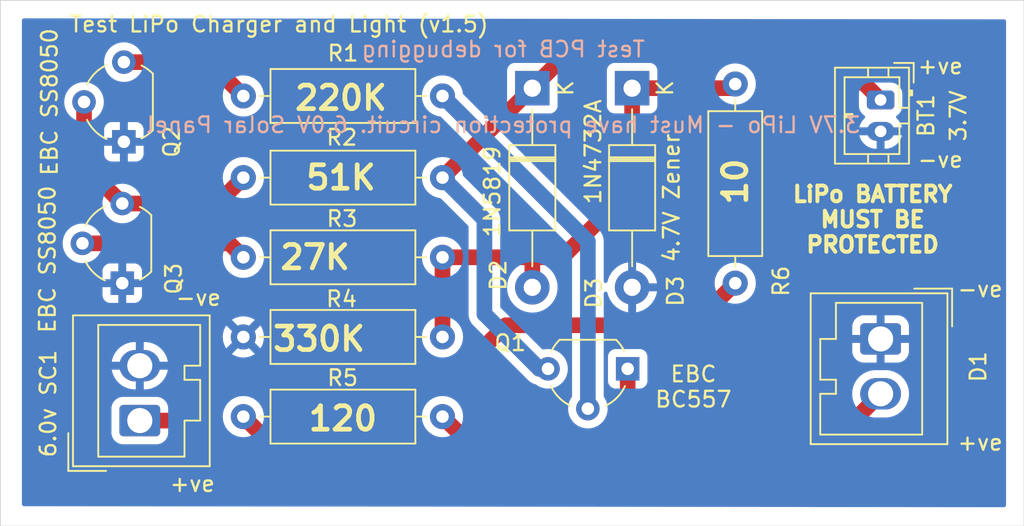
<source format=kicad_pcb>
(kicad_pcb (version 20221018) (generator pcbnew)
  (title_block (title "Garden Solar Light") (rev "1.0.1"))
  (layers (0 "F.Cu" signal) (31 "B.Cu" signal) (34 "B.Paste" user) (35 "F.Paste" user) (36 "B.SilkS" user "B.Silkscreen") (37 "F.SilkS" user "F.Silkscreen") (38 "B.Mask" user) (39 "F.Mask" user) (44 "Edge.Cuts" user))
  (net 0 "")
  (net 1 "GND")
  (net 2 "Net-(BT1-+)")
  (net 3 "Net-(D1-A)")
  (net 4 "Net-(D2-A)")
  (net 5 "Net-(Q1-C)")
  (net 6 "Net-(Q1-B)")
  (net 7 "Net-(Q2-B)")
  (net 8 "Net-(Q2-C)")
  (net 9 "Net-(Q3-B)")
  (net 10 "Net-(SC1-+)")
  (footprint "Connector_JST:JST_PH_B2B-PH-K_1x02_P2.00mm_Vertical" (layer "F.Cu") (at 166.116 36.322 -90)
    (fp_text reference "BT1" (at 1 -2.9 90) (layer "F.SilkS"))
    (fp_text value "3.7V LiPo")
    (fp_line (start -2.36 -2.11) (end -2.36 -0.86) (stroke (width 0.12)) (layer "F.SilkS"))
    (fp_line (start -2.06 -1.81) (end -2.06 2.91) (stroke (width 0.12)) (layer "F.SilkS"))
    (fp_line (start -2.06 -0.5) (end -1.45 -0.5) (stroke (width 0.12)) (layer "F.SilkS"))
    (fp_line (start -2.06 0.8) (end -1.45 0.8) (stroke (width 0.12)) (layer "F.SilkS"))
    (fp_line (start -2.06 2.91) (end 4.06 2.91) (stroke (width 0.12)) (layer "F.SilkS"))
    (fp_line (start -1.45 -1.2) (end -1.45 2.3) (stroke (width 0.12)) (layer "F.SilkS"))
    (fp_line (start -1.45 2.3) (end 3.45 2.3) (stroke (width 0.12)) (layer "F.SilkS"))
    (fp_line (start -1.11 -2.11) (end -2.36 -2.11) (stroke (width 0.12)) (layer "F.SilkS"))
    (fp_line (start -0.6 -2.01) (end -0.6 -1.81) (stroke (width 0.12)) (layer "F.SilkS"))
    (fp_line (start -0.3 -2.01) (end -0.6 -2.01) (stroke (width 0.12)) (layer "F.SilkS"))
    (fp_line (start -0.3 -1.91) (end -0.6 -1.91) (stroke (width 0.12)) (layer "F.SilkS"))
    (fp_line (start -0.3 -1.81) (end -0.3 -2.01) (stroke (width 0.12)) (layer "F.SilkS"))
    (fp_line (start 0.5 -1.81) (end 0.5 -1.2) (stroke (width 0.12)) (layer "F.SilkS"))
    (fp_line (start 0.5 -1.2) (end -1.45 -1.2) (stroke (width 0.12)) (layer "F.SilkS"))
    (fp_line (start 0.9 1.8) (end 1.1 1.8) (stroke (width 0.12)) (layer "F.SilkS"))
    (fp_line (start 0.9 2.3) (end 0.9 1.8) (stroke (width 0.12)) (layer "F.SilkS"))
    (fp_line (start 1 2.3) (end 1 1.8) (stroke (width 0.12)) (layer "F.SilkS"))
    (fp_line (start 1.1 1.8) (end 1.1 2.3) (stroke (width 0.12)) (layer "F.SilkS"))
    (fp_line (start 1.5 -1.2) (end 1.5 -1.81) (stroke (width 0.12)) (layer "F.SilkS"))
    (fp_line (start 3.45 -1.2) (end 1.5 -1.2) (stroke (width 0.12)) (layer "F.SilkS"))
    (fp_line (start 3.45 2.3) (end 3.45 -1.2) (stroke (width 0.12)) (layer "F.SilkS"))
    (fp_line (start 4.06 -1.81) (end -2.06 -1.81) (stroke (width 0.12)) (layer "F.SilkS"))
    (fp_line (start 4.06 -0.5) (end 3.45 -0.5) (stroke (width 0.12)) (layer "F.SilkS"))
    (fp_line (start 4.06 0.8) (end 3.45 0.8) (stroke (width 0.12)) (layer "F.SilkS"))
    (fp_line (start 4.06 2.91) (end 4.06 -1.81) (stroke (width 0.12)) (layer "F.SilkS"))
    (pad "1" thru_hole roundrect (at 0 0 270) (size 1.2 1.75) (drill 0.75) (layers "*.Cu" "*.Mask") (roundrect_rratio 0.208333) (net 2 "Net-(BT1-+)"))
    (pad "2" thru_hole oval (at 2 0 270) (size 1.2 1.75) (drill 0.75) (layers "*.Cu" "*.Mask") (net 1 "GND"))
  )
  (footprint "Connector_Wago:Wago_734-132_1x02_P3.50mm_Vertical" (layer "F.Cu") (at 166.116 51.562 -90)
    (fp_text reference "D1" (at 1.778 -6.223 90) (layer "F.SilkS"))
    (fp_text value "LED")
    (fp_line (start -3.21 -4.56) (end -0.8 -4.56) (stroke (width 0.12)) (layer "F.SilkS"))
    (fp_line (start -3.21 -2.15) (end -3.21 -4.56) (stroke (width 0.12)) (layer "F.SilkS"))
    (fp_line (start -2.91 -4.26) (end -2.91 4.46) (stroke (width 0.12)) (layer "F.SilkS"))
    (fp_line (start -2.91 4.46) (end 6.71 4.46) (stroke (width 0.12)) (layer "F.SilkS"))
    (fp_line (start -2.3 -2.65) (end -2.3 2.85) (stroke (width 0.12)) (layer "F.SilkS"))
    (fp_line (start -2.3 2.85) (end 0 2.85) (stroke (width 0.12)) (layer "F.SilkS"))
    (fp_line (start 0 2.85) (end 0 3.85) (stroke (width 0.12)) (layer "F.SilkS"))
    (fp_line (start 0 3.85) (end 2.6 3.85) (stroke (width 0.12)) (layer "F.SilkS"))
    (fp_line (start 2.6 2.85) (end 3.5 2.85) (stroke (width 0.12)) (layer "F.SilkS"))
    (fp_line (start 2.6 3.85) (end 2.6 2.85) (stroke (width 0.12)) (layer "F.SilkS"))
    (fp_line (start 3.5 2.85) (end 3.5 3.85) (stroke (width 0.12)) (layer "F.SilkS"))
    (fp_line (start 3.5 3.85) (end 6.1 3.85) (stroke (width 0.12)) (layer "F.SilkS"))
    (fp_line (start 6.1 -2.65) (end -2.3 -2.65) (stroke (width 0.12)) (layer "F.SilkS"))
    (fp_line (start 6.1 3.85) (end 6.1 -2.65) (stroke (width 0.12)) (layer "F.SilkS"))
    (fp_line (start 6.71 -4.26) (end -2.91 -4.26) (stroke (width 0.12)) (layer "F.SilkS"))
    (fp_line (start 6.71 4.46) (end 6.71 -4.26) (stroke (width 0.12)) (layer "F.SilkS"))
    (pad "1" thru_hole roundrect (at 0 0 270) (size 2 2.6) (drill 1.6) (layers "*.Cu" "*.Mask") (roundrect_rratio 0.125) (net 1 "GND"))
    (pad "2" thru_hole oval (at 3.5 0 270) (size 2 2.6) (drill 1.6) (layers "*.Cu" "*.Mask") (net 3 "Net-(D1-A)"))
  )
  (footprint "Diode_THT:D_DO-41_SOD81_P12.70mm_Horizontal" (layer "F.Cu") (at 143.904 35.571 -90)
    (fp_text reference "D2" (at 11.927 2.172 90) (layer "F.SilkS"))
    (fp_text value "1N5819")
    (fp_text user "K" (at 0 -2.1 -90) (layer "F.SilkS"))
    (fp_line (start 1.34 0) (end 3.63 0) (stroke (width 0.12)) (layer "F.SilkS"))
    (fp_line (start 3.63 -1.47) (end 3.63 1.47) (stroke (width 0.12)) (layer "F.SilkS"))
    (fp_line (start 3.63 1.47) (end 9.07 1.47) (stroke (width 0.12)) (layer "F.SilkS"))
    (fp_line (start 4.41 -1.47) (end 4.41 1.47) (stroke (width 0.12)) (layer "F.SilkS"))
    (fp_line (start 4.53 -1.47) (end 4.53 1.47) (stroke (width 0.12)) (layer "F.SilkS"))
    (fp_line (start 4.65 -1.47) (end 4.65 1.47) (stroke (width 0.12)) (layer "F.SilkS"))
    (fp_line (start 9.07 -1.47) (end 3.63 -1.47) (stroke (width 0.12)) (layer "F.SilkS"))
    (fp_line (start 9.07 1.47) (end 9.07 -1.47) (stroke (width 0.12)) (layer "F.SilkS"))
    (fp_line (start 11.36 0) (end 9.07 0) (stroke (width 0.12)) (layer "F.SilkS"))
    (pad "1" thru_hole rect (at 0 0 270) (size 2.2 2.2) (drill 1.1) (layers "*.Cu" "*.Mask") (net 2 "Net-(BT1-+)"))
    (pad "2" thru_hole oval (at 12.7 0 270) (size 2.2 2.2) (drill 1.1) (layers "*.Cu" "*.Mask") (net 4 "Net-(D2-A)"))
  )
  (footprint "Resistor_THT:R_Axial_DIN0309_L9.0mm_D3.2mm_P12.70mm_Horizontal" (layer "F.Cu") (at 125.476 36.068)
    (fp_text reference "R1" (at 6.35 -2.72) (layer "F.SilkS"))
    (fp_text value "220K")
    (fp_line (start 1.04 0) (end 1.73 0) (stroke (width 0.12)) (layer "F.SilkS"))
    (fp_line (start 1.73 -1.72) (end 1.73 1.72) (stroke (width 0.12)) (layer "F.SilkS"))
    (fp_line (start 1.73 1.72) (end 10.97 1.72) (stroke (width 0.12)) (layer "F.SilkS"))
    (fp_line (start 10.97 -1.72) (end 1.73 -1.72) (stroke (width 0.12)) (layer "F.SilkS"))
    (fp_line (start 10.97 1.72) (end 10.97 -1.72) (stroke (width 0.12)) (layer "F.SilkS"))
    (fp_line (start 11.66 0) (end 10.97 0) (stroke (width 0.12)) (layer "F.SilkS"))
    (pad "1" thru_hole circle (at 0 0) (size 1.6 1.6) (drill 0.8) (layers "*.Cu" "*.Mask") (net 8 "Net-(Q2-C)"))
    (pad "2" thru_hole oval (at 12.7 0) (size 1.6 1.6) (drill 0.8) (layers "*.Cu" "*.Mask") (net 6 "Net-(Q1-B)"))
  )
  (footprint "Resistor_THT:R_Axial_DIN0309_L9.0mm_D3.2mm_P12.70mm_Horizontal" (layer "F.Cu") (at 125.476 41.275)
    (fp_text reference "R2" (at 6.277917 -2.560712) (layer "F.SilkS"))
    (fp_text value "51K")
    (fp_line (start 1.04 0) (end 1.73 0) (stroke (width 0.12)) (layer "F.SilkS"))
    (fp_line (start 1.73 -1.72) (end 1.73 1.72) (stroke (width 0.12)) (layer "F.SilkS"))
    (fp_line (start 1.73 1.72) (end 10.97 1.72) (stroke (width 0.12)) (layer "F.SilkS"))
    (fp_line (start 10.97 -1.72) (end 1.73 -1.72) (stroke (width 0.12)) (layer "F.SilkS"))
    (fp_line (start 10.97 1.72) (end 10.97 -1.72) (stroke (width 0.12)) (layer "F.SilkS"))
    (fp_line (start 11.66 0) (end 10.97 0) (stroke (width 0.12)) (layer "F.SilkS"))
    (pad "1" thru_hole circle (at 0 0) (size 1.6 1.6) (drill 0.8) (layers "*.Cu" "*.Mask") (net 7 "Net-(Q2-B)"))
    (pad "2" thru_hole oval (at 12.7 0) (size 1.6 1.6) (drill 0.8) (layers "*.Cu" "*.Mask") (net 2 "Net-(BT1-+)"))
  )
  (footprint "Resistor_THT:R_Axial_DIN0309_L9.0mm_D3.2mm_P12.70mm_Horizontal" (layer "F.Cu") (at 125.476 46.355)
    (fp_text reference "R3" (at 6.292299 -2.45497) (layer "F.SilkS"))
    (fp_text value "27K")
    (fp_line (start 1.04 0) (end 1.73 0) (stroke (width 0.12)) (layer "F.SilkS"))
    (fp_line (start 1.73 -1.72) (end 1.73 1.72) (stroke (width 0.12)) (layer "F.SilkS"))
    (fp_line (start 1.73 1.72) (end 10.97 1.72) (stroke (width 0.12)) (layer "F.SilkS"))
    (fp_line (start 10.97 -1.72) (end 1.73 -1.72) (stroke (width 0.12)) (layer "F.SilkS"))
    (fp_line (start 10.97 1.72) (end 10.97 -1.72) (stroke (width 0.12)) (layer "F.SilkS"))
    (fp_line (start 11.66 0) (end 10.97 0) (stroke (width 0.12)) (layer "F.SilkS"))
    (pad "1" thru_hole circle (at 0 0) (size 1.6 1.6) (drill 0.8) (layers "*.Cu" "*.Mask") (net 9 "Net-(Q3-B)"))
    (pad "2" thru_hole oval (at 12.7 0) (size 1.6 1.6) (drill 0.8) (layers "*.Cu" "*.Mask") (net 4 "Net-(D2-A)"))
  )
  (footprint "Resistor_THT:R_Axial_DIN0309_L9.0mm_D3.2mm_P12.70mm_Horizontal" (layer "F.Cu") (at 125.476 51.435)
    (fp_text reference "R4" (at 6.259426 -2.421139) (layer "F.SilkS"))
    (fp_text value "330K")
    (fp_line (start 1.04 0) (end 1.73 0) (stroke (width 0.12)) (layer "F.SilkS"))
    (fp_line (start 1.73 -1.72) (end 1.73 1.72) (stroke (width 0.12)) (layer "F.SilkS"))
    (fp_line (start 1.73 1.72) (end 10.97 1.72) (stroke (width 0.12)) (layer "F.SilkS"))
    (fp_line (start 10.97 -1.72) (end 1.73 -1.72) (stroke (width 0.12)) (layer "F.SilkS"))
    (fp_line (start 10.97 1.72) (end 10.97 -1.72) (stroke (width 0.12)) (layer "F.SilkS"))
    (fp_line (start 11.66 0) (end 10.97 0) (stroke (width 0.12)) (layer "F.SilkS"))
    (pad "1" thru_hole circle (at 0 0) (size 1.6 1.6) (drill 0.8) (layers "*.Cu" "*.Mask") (net 1 "GND"))
    (pad "2" thru_hole oval (at 12.7 0) (size 1.6 1.6) (drill 0.8) (layers "*.Cu" "*.Mask") (net 4 "Net-(D2-A)"))
  )
  (footprint "Resistor_THT:R_Axial_DIN0309_L9.0mm_D3.2mm_P12.70mm_Horizontal" (layer "F.Cu") (at 125.476 56.515)
    (fp_text reference "R5" (at 6.330566 -2.468592) (layer "F.SilkS"))
    (fp_text value "120")
    (fp_line (start 1.04 0) (end 1.73 0) (stroke (width 0.12)) (layer "F.SilkS"))
    (fp_line (start 1.73 -1.72) (end 1.73 1.72) (stroke (width 0.12)) (layer "F.SilkS"))
    (fp_line (start 1.73 1.72) (end 10.97 1.72) (stroke (width 0.12)) (layer "F.SilkS"))
    (fp_line (start 10.97 -1.72) (end 1.73 -1.72) (stroke (width 0.12)) (layer "F.SilkS"))
    (fp_line (start 10.97 1.72) (end 10.97 -1.72) (stroke (width 0.12)) (layer "F.SilkS"))
    (fp_line (start 11.66 0) (end 10.97 0) (stroke (width 0.12)) (layer "F.SilkS"))
    (pad "1" thru_hole circle (at 0 0) (size 1.6 1.6) (drill 0.8) (layers "*.Cu" "*.Mask") (net 3 "Net-(D1-A)"))
    (pad "2" thru_hole oval (at 12.7 0) (size 1.6 1.6) (drill 0.8) (layers "*.Cu" "*.Mask") (net 5 "Net-(Q1-C)"))
  )
  (footprint "Connector_Wago:Wago_734-132_1x02_P3.50mm_Vertical" (layer "F.Cu") (at 118.872 56.769 90)
    (fp_text reference "SC1" (at 3.048 -5.842 90) (layer "F.SilkS"))
    (fp_text value "6.0V")
    (fp_line (start -3.21 -4.56) (end -0.8 -4.56) (stroke (width 0.12)) (layer "F.SilkS"))
    (fp_line (start -3.21 -2.15) (end -3.21 -4.56) (stroke (width 0.12)) (layer "F.SilkS"))
    (fp_line (start -2.91 -4.26) (end -2.91 4.46) (stroke (width 0.12)) (layer "F.SilkS"))
    (fp_line (start -2.91 4.46) (end 6.71 4.46) (stroke (width 0.12)) (layer "F.SilkS"))
    (fp_line (start -2.3 -2.65) (end -2.3 2.85) (stroke (width 0.12)) (layer "F.SilkS"))
    (fp_line (start -2.3 2.85) (end 0 2.85) (stroke (width 0.12)) (layer "F.SilkS"))
    (fp_line (start 0 2.85) (end 0 3.85) (stroke (width 0.12)) (layer "F.SilkS"))
    (fp_line (start 0 3.85) (end 2.6 3.85) (stroke (width 0.12)) (layer "F.SilkS"))
    (fp_line (start 2.6 2.85) (end 3.5 2.85) (stroke (width 0.12)) (layer "F.SilkS"))
    (fp_line (start 2.6 3.85) (end 2.6 2.85) (stroke (width 0.12)) (layer "F.SilkS"))
    (fp_line (start 3.5 2.85) (end 3.5 3.85) (stroke (width 0.12)) (layer "F.SilkS"))
    (fp_line (start 3.5 3.85) (end 6.1 3.85) (stroke (width 0.12)) (layer "F.SilkS"))
    (fp_line (start 6.1 -2.65) (end -2.3 -2.65) (stroke (width 0.12)) (layer "F.SilkS"))
    (fp_line (start 6.1 3.85) (end 6.1 -2.65) (stroke (width 0.12)) (layer "F.SilkS"))
    (fp_line (start 6.71 -4.26) (end -2.91 -4.26) (stroke (width 0.12)) (layer "F.SilkS"))
    (fp_line (start 6.71 4.46) (end 6.71 -4.26) (stroke (width 0.12)) (layer "F.SilkS"))
    (pad "1" thru_hole roundrect (at 0 0 90) (size 2 2.6) (drill 1.6) (layers "*.Cu" "*.Mask") (roundrect_rratio 0.125) (net 10 "Net-(SC1-+)"))
    (pad "2" thru_hole oval (at 3.5 0 90) (size 2 2.6) (drill 1.6) (layers "*.Cu" "*.Mask") (net 1 "GND"))
  )
  (footprint "Package_TO_SOT_THT:TO-92_Wide" (layer "F.Cu") (at 149.987 53.467 180)
    (fp_text reference "Q1" (at 7.493 1.651) (layer "F.SilkS"))
    (fp_text value "BC557")
    (fp_line (start 0.74 1.85) (end 4.34 1.85) (stroke (width 0.12)) (layer "F.SilkS"))
    (fp_arc (start 0.172801 -1.103842) (mid 0.678995 -1.832692) (end 1.4 -2.35) (stroke (width 0.12)) (layer "F.SilkS"))
    (fp_arc (start 0.74 1.85) (mid 0.446097 1.509328) (end 0.215816 1.122795) (stroke (width 0.12)) (layer "F.SilkS"))
    (fp_arc (start 3.65 -2.35) (mid 4.382279 -1.833196) (end 4.895458 -1.098371) (stroke (width 0.12)) (layer "F.SilkS"))
    (fp_arc (start 4.864184 1.122795) (mid 4.633903 1.509328) (end 4.34 1.85) (stroke (width 0.12)) (layer "F.SilkS"))
    (pad "1" thru_hole rect (at 0 0 180) (size 1.5 1.5) (drill 0.8) (layers "*.Cu" "*.Mask") (net 5 "Net-(Q1-C)"))
    (pad "2" thru_hole circle (at 2.54 -2.54 180) (size 1.5 1.5) (drill 0.8) (layers "*.Cu" "*.Mask") (net 6 "Net-(Q1-B)"))
    (pad "3" thru_hole circle (at 5.08 0 180) (size 1.5 1.5) (drill 0.8) (layers "*.Cu" "*.Mask") (net 2 "Net-(BT1-+)"))
  )
  (footprint "Package_TO_SOT_THT:TO-92_Wide" (layer "F.Cu") (at 117.856 38.989 90)
    (fp_text reference "Q2" (at 0 3.048 90) (layer "F.SilkS"))
    (fp_text value "SS8050")
    (fp_line (start 0.74 1.85) (end 4.34 1.85) (stroke (width 0.12)) (layer "F.SilkS"))
    (fp_arc (start 0.172801 -1.103842) (mid 0.678995 -1.832692) (end 1.4 -2.35) (stroke (width 0.12)) (layer "F.SilkS"))
    (fp_arc (start 0.74 1.85) (mid 0.446097 1.509328) (end 0.215816 1.122795) (stroke (width 0.12)) (layer "F.SilkS"))
    (fp_arc (start 3.65 -2.35) (mid 4.382279 -1.833196) (end 4.895458 -1.098371) (stroke (width 0.12)) (layer "F.SilkS"))
    (fp_arc (start 4.864184 1.122795) (mid 4.633903 1.509328) (end 4.34 1.85) (stroke (width 0.12)) (layer "F.SilkS"))
    (pad "1" thru_hole rect (at 0 0 90) (size 1.5 1.5) (drill 0.8) (layers "*.Cu" "*.Mask") (net 1 "GND"))
    (pad "2" thru_hole circle (at 2.54 -2.54 90) (size 1.5 1.5) (drill 0.8) (layers "*.Cu" "*.Mask") (net 7 "Net-(Q2-B)"))
    (pad "3" thru_hole circle (at 5.08 0 90) (size 1.5 1.5) (drill 0.8) (layers "*.Cu" "*.Mask") (net 8 "Net-(Q2-C)"))
  )
  (footprint "Package_TO_SOT_THT:TO-92_Wide" (layer "F.Cu") (at 117.754 48.006 90)
    (fp_text reference "Q3" (at 0.284 3.277 90) (layer "F.SilkS"))
    (fp_text value "SS8050")
    (fp_line (start 0.74 1.85) (end 4.34 1.85) (stroke (width 0.12)) (layer "F.SilkS"))
    (fp_arc (start 0.172801 -1.103842) (mid 0.678995 -1.832692) (end 1.4 -2.35) (stroke (width 0.12)) (layer "F.SilkS"))
    (fp_arc (start 0.74 1.85) (mid 0.446097 1.509328) (end 0.215816 1.122795) (stroke (width 0.12)) (layer "F.SilkS"))
    (fp_arc (start 3.65 -2.35) (mid 4.382279 -1.833196) (end 4.895458 -1.098371) (stroke (width 0.12)) (layer "F.SilkS"))
    (fp_arc (start 4.864184 1.122795) (mid 4.633903 1.509328) (end 4.34 1.85) (stroke (width 0.12)) (layer "F.SilkS"))
    (pad "1" thru_hole rect (at 0 0 90) (size 1.5 1.5) (drill 0.8) (layers "*.Cu" "*.Mask") (net 1 "GND"))
    (pad "2" thru_hole circle (at 2.54 -2.54 90) (size 1.5 1.5) (drill 0.8) (layers "*.Cu" "*.Mask") (net 9 "Net-(Q3-B)"))
    (pad "3" thru_hole circle (at 5.08 0 90) (size 1.5 1.5) (drill 0.8) (layers "*.Cu" "*.Mask") (net 7 "Net-(Q2-B)"))
  )
  (footprint "Diode_THT:D_DO-41_SOD81_P12.70mm_Horizontal" (layer "F.Cu") (at 150.269 35.571 -90)
    (fp_text reference "D3" (at 13.07 2.441 90) (layer "F.SilkS"))
    (fp_text value "1N4732A")
    (fp_text user "K" (at 0 -2.1 -90) (layer "F.SilkS"))
    (fp_line (start 1.34 0) (end 3.63 0) (stroke (width 0.12)) (layer "F.SilkS"))
    (fp_line (start 3.63 -1.47) (end 3.63 1.47) (stroke (width 0.12)) (layer "F.SilkS"))
    (fp_line (start 3.63 1.47) (end 9.07 1.47) (stroke (width 0.12)) (layer "F.SilkS"))
    (fp_line (start 4.41 -1.47) (end 4.41 1.47) (stroke (width 0.12)) (layer "F.SilkS"))
    (fp_line (start 4.53 -1.47) (end 4.53 1.47) (stroke (width 0.12)) (layer "F.SilkS"))
    (fp_line (start 4.65 -1.47) (end 4.65 1.47) (stroke (width 0.12)) (layer "F.SilkS"))
    (fp_line (start 9.07 -1.47) (end 3.63 -1.47) (stroke (width 0.12)) (layer "F.SilkS"))
    (fp_line (start 9.07 1.47) (end 9.07 -1.47) (stroke (width 0.12)) (layer "F.SilkS"))
    (fp_line (start 11.36 0) (end 9.07 0) (stroke (width 0.12)) (layer "F.SilkS"))
    (pad "1" thru_hole rect (at 0 0 270) (size 2.2 2.2) (drill 1.1) (layers "*.Cu" "*.Mask") (net 4 "Net-(D2-A)"))
    (pad "2" thru_hole oval (at 12.7 0 270) (size 2.2 2.2) (drill 1.1) (layers "*.Cu" "*.Mask") (net 1 "GND"))
  )
  (footprint "Resistor_THT:R_Axial_DIN0309_L9.0mm_D3.2mm_P12.70mm_Horizontal" (layer "F.Cu") (at 156.845 35.306 -90)
    (fp_text reference "R6" (at 12.573 -2.921 90) (layer "F.SilkS"))
    (fp_text value "10")
    (fp_line (start 1.04 0) (end 1.73 0) (stroke (width 0.12)) (layer "F.SilkS"))
    (fp_line (start 1.73 -1.72) (end 1.73 1.72) (stroke (width 0.12)) (layer "F.SilkS"))
    (fp_line (start 1.73 1.72) (end 10.97 1.72) (stroke (width 0.12)) (layer "F.SilkS"))
    (fp_line (start 10.97 -1.72) (end 1.73 -1.72) (stroke (width 0.12)) (layer "F.SilkS"))
    (fp_line (start 10.97 1.72) (end 10.97 -1.72) (stroke (width 0.12)) (layer "F.SilkS"))
    (fp_line (start 11.66 0) (end 10.97 0) (stroke (width 0.12)) (layer "F.SilkS"))
    (pad "1" thru_hole circle (at 0 0 270) (size 1.6 1.6) (drill 0.8) (layers "*.Cu" "*.Mask") (net 4 "Net-(D2-A)"))
    (pad "2" thru_hole oval (at 12.7 0 270) (size 1.6 1.6) (drill 0.8) (layers "*.Cu" "*.Mask") (net 10 "Net-(SC1-+)"))
  )
  (gr_line (start 109.982 29.972) (end 175.26 29.972) (stroke (width 0.05)) (layer "Edge.Cuts"))
  (gr_line (start 109.982 63.5) (end 109.982 29.972) (stroke (width 0.05)) (layer "Edge.Cuts"))
  (gr_line (start 175.26 63.5) (end 109.982 63.5) (stroke (width 0.05)) (layer "Edge.Cuts"))
  (gr_line (start 175.26 29.972) (end 175.26 63.5) (stroke (width 0.05)) (layer "Edge.Cuts"))
  (gr_text "Test PCB for debugging\n\n\n3.7V LiPo - Must have protection circuit. 6.0V Solar Panel" (at 142.044431 35.499277) (layer "B.SilkS") (effects (font (size 1 1)) (justify mirror)))
  (gr_text "+ve\n" (at 122.228662 60.800815) (layer "F.SilkS") (effects (font (size 1 1))))
  (gr_text "-ve\n" (at 169.926 40.132) (layer "F.SilkS") (effects (font (size 1 1))))
  (gr_text "+ve\n" (at 172.466 58.166) (layer "F.SilkS") (effects (font (size 1 1))))
  (gr_text "EBC SS8050\n\n" (at 113.792 46.482 90) (layer "F.SilkS") (effects (font (size 1 1))))
  (gr_text "-ve\n" (at 122.612353 48.934118) (layer "F.SilkS") (effects (font (size 1 1))))
  (gr_text "-ve\n" (at 172.466 48.387) (layer "F.SilkS") (effects (font (size 1 1))))
  (gr_text "120" (at 131.826 56.642) (layer "F.SilkS") (effects (font (size 1.5 1.5) (thickness 0.3))))
  (gr_text "EBC\nBC557" (at 154.178 54.61) (layer "F.SilkS") (effects (font (size 1 1))))
  (gr_text "+ve\n" (at 169.926 34.163) (layer "F.SilkS") (effects (font (size 1 1))))
  (gr_text "EBC SS8050\n\n" (at 113.919 36.449 90) (layer "F.SilkS") (effects (font (size 1 1))))
  (gr_text "LiPo BATTERY\nMUST BE\nPROTECTED" (at 165.608 43.942) (layer "F.SilkS") (effects (font (size 1 1) (thickness 0.25))))
  (gr_text "6.0v" (at 113.03 57.531 90) (layer "F.SilkS") (effects (font (size 1 1))))
  (gr_text "330K" (at 130.302 51.562) (layer "F.SilkS") (effects (font (size 1.5 1.5) (thickness 0.3))))
  (gr_text "51K" (at 131.699 41.275) (layer "F.SilkS") (effects (font (size 1.5 1.5) (thickness 0.3))))
  (gr_text "Test LiPo Charger and Light (v1.5)" (at 127.762 31.496) (layer "F.SilkS") (effects (font (size 1 1))))
  (gr_text "10" (at 156.845 41.529 90) (layer "F.SilkS") (effects (font (size 1.5 1.5) (thickness 0.3))))
  (gr_text "27K" (at 130.048 46.355) (layer "F.SilkS") (effects (font (size 1.5 1.5) (thickness 0.3))))
  (gr_text "3.7V\n" (at 171.069 37.338 90) (layer "F.SilkS") (effects (font (size 1 1))))
  (gr_text "220K" (at 131.699 36.195) (layer "F.SilkS") (effects (font (size 1.5 1.5) (thickness 0.3))))
  (gr_text "4.7V Zener" (at 152.781 42.571 90) (layer "F.SilkS") (effects (font (size 1 1))))
  (gr_text "D3" (at 153.035 48.514 90) (layer "F.SilkS") (effects (font (size 1 1))))
  (gr_text "1N5819\n" (at 141.351 42.164 90) (layer "F.SilkS") (effects (font (size 1 1))))
  (gr_text "1N4732A" (at 147.780847 39.626338 90) (layer "F.SilkS") (effects (font (size 1 1))))
  (segment (start 143.88 35.571) (end 138.176 41.275) (width 1) (layer "F.Cu") (net 2))
  (segment (start 162.56 32.766) (end 146.709 32.766) (width 1) (layer "F.Cu") (net 2))
  (segment (start 146.709 32.766) (end 143.904 35.571) (width 1) (layer "F.Cu") (net 2))
  (segment (start 166.116 36.322) (end 162.56 32.766) (width 1) (layer "F.Cu") (net 2))
  (segment (start 140.84944 49.970916) (end 140.84944 43.94844) (width 1) (layer "B.Cu") (net 2))
  (segment (start 140.84944 43.94844) (end 138.176 41.275) (width 1) (layer "B.Cu") (net 2))
  (segment (start 144.907 53.467) (end 144.345524 53.467) (width 1) (layer "B.Cu") (net 2))
  (segment (start 144.345524 53.467) (end 140.84944 49.970916) (width 1) (layer "B.Cu") (net 2))
  (segment (start 160.218 60.96) (end 166.116 55.062) (width 1) (layer "F.Cu") (net 3))
  (segment (start 125.476 56.515) (end 129.921 60.96) (width 1) (layer "F.Cu") (net 3))
  (segment (start 129.921 60.96) (end 160.218 60.96) (width 1) (layer "F.Cu") (net 3))
  (segment (start 143.904 46.372282) (end 143.904 48.271) (width 1) (layer "F.Cu") (net 4))
  (segment (start 150.269 35.571) (end 156.58 35.571) (width 1) (layer "F.Cu") (net 4))
  (segment (start 150.269 41.906) (end 150.269 35.571) (width 1) (layer "F.Cu") (net 4))
  (segment (start 138.176 46.355) (end 138.176 51.435) (width 1) (layer "F.Cu") (net 4))
  (segment (start 145.82 46.355) (end 150.269 41.906) (width 1) (layer "F.Cu") (net 4))
  (segment (start 156.58 35.571) (end 156.845 35.306) (width 1) (layer "F.Cu") (net 4))
  (segment (start 138.176 46.355) (end 143.921282 46.355) (width 1) (layer "F.Cu") (net 4))
  (segment (start 143.921282 46.355) (end 145.82 46.355) (width 1) (layer "F.Cu") (net 4))
  (segment (start 143.921282 46.355) (end 143.904 46.372282) (width 1) (layer "F.Cu") (net 4))
  (segment (start 149.987 57.404) (end 148.463 58.928) (width 1) (layer "F.Cu") (net 5))
  (segment (start 148.463 58.928) (end 140.589 58.928) (width 1) (layer "F.Cu") (net 5))
  (segment (start 149.987 53.467) (end 149.987 57.404) (width 1) (layer "F.Cu") (net 5))
  (segment (start 140.589 58.928) (end 138.176 56.515) (width 1) (layer "F.Cu") (net 5))
  (segment (start 147.447 45.339) (end 138.176 36.068) (width 1) (layer "B.Cu") (net 6))
  (segment (start 147.447 56.007) (end 147.447 45.339) (width 1) (layer "B.Cu") (net 6))
  (segment (start 115.316 40.488) (end 117.754 42.926) (width 1) (layer "F.Cu") (net 7))
  (segment (start 117.754 42.926) (end 123.825 42.926) (width 1) (layer "F.Cu") (net 7))
  (segment (start 115.316 36.449) (end 115.316 40.488) (width 1) (layer "F.Cu") (net 7))
  (segment (start 123.825 42.926) (end 125.476 41.275) (width 1) (layer "F.Cu") (net 7))
  (segment (start 123.317 33.909) (end 125.476 36.068) (width 1) (layer "F.Cu") (net 8))
  (segment (start 117.856 33.909) (end 123.317 33.909) (width 1) (layer "F.Cu") (net 8))
  (segment (start 115.214 45.466) (end 124.587 45.466) (width 1) (layer "F.Cu") (net 9))
  (segment (start 124.587 45.466) (end 125.476 46.355) (width 1) (layer "F.Cu") (net 9))
  (segment (start 139.065 53.848) (end 142.223921 50.689079) (width 1) (layer "F.Cu") (net 10))
  (segment (start 124.333 53.848) (end 139.065 53.848) (width 1) (layer "F.Cu") (net 10))
  (segment (start 121.412 56.769) (end 124.333 53.848) (width 1) (layer "F.Cu") (net 10))
  (segment (start 154.161921 50.689079) (end 156.845 48.006) (width 1) (layer "F.Cu") (net 10))
  (segment (start 118.872 56.769) (end 121.412 56.769) (width 1) (layer "F.Cu") (net 10))
  (segment (start 142.223921 50.689079) (end 154.161921 50.689079) (width 1) (layer "F.Cu") (net 10))
  (zone (net 1) (net_name "GND") (layer "B.Cu") (connect_pads (clearance 0.508)) (min_thickness 0.254) (fill yes (thermal_gap 0.508) (thermal_bridge_width 0.508))
    (polygon (pts (xy 174.117 62.2935) (xy 111.354942 62.23) (xy 111.354942 31.115) (xy 174.117 31.1785)))
  )
)
</source>
